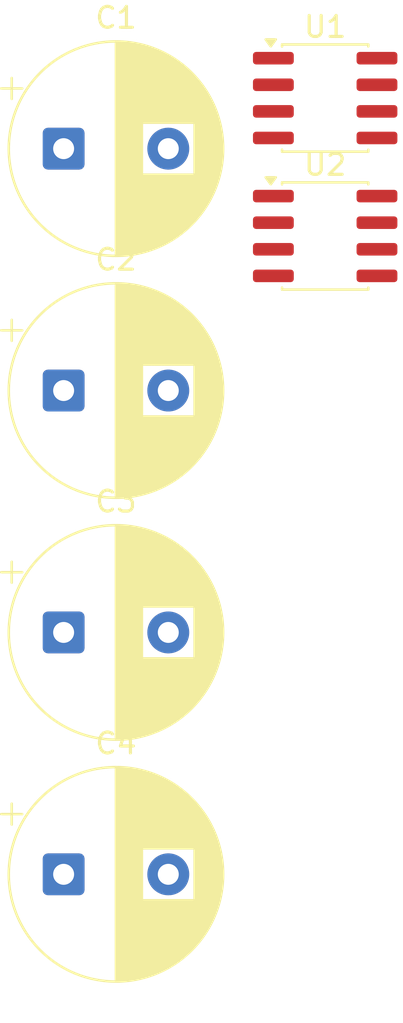
<source format=kicad_pcb>
(kicad_pcb (version 20241229) (generator "pcbnew") (generator_version "9.0")
  (layers (0 "F.Cu" signal) (2 "B.Cu" signal) (13 "F.Paste" user) (15 "B.Paste" user) (5 "F.SilkS" user "F.Silkscreen") (7 "B.SilkS" user "B.Silkscreen") (1 "F.Mask" user) (3 "B.Mask" user) (25 "Edge.Cuts" user))
  (net 0 "")
  (net 1 "GND")
  (net 2 "Net-(U1-THRES)")
  (net 3 "Net-(U1-CONT)")
  (net 4 "Net-(U2-THRES)")
  (net 5 "Net-(U2-CONT)")
  (net 6 "Package Signal")
  (net 7 "Net-(U1-DISCH)")
  (net 8 "Vcc")
  (net 9 "Net-(U2-DISCH)")
  (net 10 "Bitshift Signal")
  (footprint "Package_SO:SOIC-8_3.9x4.9mm_P1.27mm" (layer "F.Cu") (at 84.495354 69.52)
    (property "Reference" "U2" (at 0 -3.4 0) (layer "F.SilkS"))
    (property "Value" "NE555D")
    (pad "1" smd roundrect (at -2.475 -1.905) (size 1.95 0.6) (layers "F.Cu" "F.Mask" "F.Paste") (net 1 "GND"))
    (pad "2" smd roundrect (at -2.475 -0.635) (size 1.95 0.6) (layers "F.Cu" "F.Mask" "F.Paste") (net 4 "Net-(U2-THRES)"))
    (pad "3" smd roundrect (at -2.475 0.635) (size 1.95 0.6) (layers "F.Cu" "F.Mask" "F.Paste") (net 10 "Bitshift Signal"))
    (pad "4" smd roundrect (at -2.475 1.905) (size 1.95 0.6) (layers "F.Cu" "F.Mask" "F.Paste") (net 8 "Vcc"))
    (pad "5" smd roundrect (at 2.475 1.905) (size 1.95 0.6) (layers "F.Cu" "F.Mask" "F.Paste") (net 5 "Net-(U2-CONT)"))
    (pad "6" smd roundrect (at 2.475 0.635) (size 1.95 0.6) (layers "F.Cu" "F.Mask" "F.Paste") (net 4 "Net-(U2-THRES)"))
    (pad "7" smd roundrect (at 2.475 -0.635) (size 1.95 0.6) (layers "F.Cu" "F.Mask" "F.Paste") (net 9 "Net-(U2-DISCH)"))
    (pad "8" smd roundrect (at 2.475 -1.905) (size 1.95 0.6) (layers "F.Cu" "F.Mask" "F.Paste") (net 8 "Vcc"))
  )
  (footprint "Capacitor_THT:CP_Radial_D10.0mm_P5.00mm" (layer "F.Cu") (at 72 76.9)
    (property "Reference" "C2" (at 2.5 -6.25 0) (layer "F.SilkS"))
    (property "Value" "10n")
    (pad "1" thru_hole roundrect (at 0 0) (size 2 2) (drill 1) (layers "*.Cu" "*.Mask") (roundrect_rratio 0.125) (net 1 "GND"))
    (pad "2" thru_hole circle (at 5 0) (size 2 2) (drill 1) (layers "*.Cu" "*.Mask") (net 3 "Net-(U1-CONT)"))
  )
  (footprint "Capacitor_THT:CP_Radial_D10.0mm_P5.00mm" (layer "F.Cu") (at 72 100)
    (property "Reference" "C4" (at 2.5 -6.25 0) (layer "F.SilkS"))
    (property "Value" "10n")
    (pad "1" thru_hole roundrect (at 0 0) (size 2 2) (drill 1) (layers "*.Cu" "*.Mask") (roundrect_rratio 0.125) (net 1 "GND"))
    (pad "2" thru_hole circle (at 5 0) (size 2 2) (drill 1) (layers "*.Cu" "*.Mask") (net 5 "Net-(U2-CONT)"))
  )
  (footprint "Package_SO:SOIC-8_3.9x4.9mm_P1.27mm" (layer "F.Cu") (at 84.495354 62.935)
    (property "Reference" "U1" (at 0 -3.4 0) (layer "F.SilkS"))
    (property "Value" "NE555D")
    (pad "1" smd roundrect (at -2.475 -1.905) (size 1.95 0.6) (layers "F.Cu" "F.Mask" "F.Paste") (net 1 "GND"))
    (pad "2" smd roundrect (at -2.475 -0.635) (size 1.95 0.6) (layers "F.Cu" "F.Mask" "F.Paste") (net 2 "Net-(U1-THRES)"))
    (pad "3" smd roundrect (at -2.475 0.635) (size 1.95 0.6) (layers "F.Cu" "F.Mask" "F.Paste") (net 6 "Package Signal"))
    (pad "4" smd roundrect (at -2.475 1.905) (size 1.95 0.6) (layers "F.Cu" "F.Mask" "F.Paste") (net 8 "Vcc"))
    (pad "5" smd roundrect (at 2.475 1.905) (size 1.95 0.6) (layers "F.Cu" "F.Mask" "F.Paste") (net 3 "Net-(U1-CONT)"))
    (pad "6" smd roundrect (at 2.475 0.635) (size 1.95 0.6) (layers "F.Cu" "F.Mask" "F.Paste") (net 2 "Net-(U1-THRES)"))
    (pad "7" smd roundrect (at 2.475 -0.635) (size 1.95 0.6) (layers "F.Cu" "F.Mask" "F.Paste") (net 7 "Net-(U1-DISCH)"))
    (pad "8" smd roundrect (at 2.475 -1.905) (size 1.95 0.6) (layers "F.Cu" "F.Mask" "F.Paste") (net 8 "Vcc"))
  )
  (footprint "Capacitor_THT:CP_Radial_D10.0mm_P5.00mm" (layer "F.Cu") (at 72 65.35)
    (property "Reference" "C1" (at 2.5 -6.25 0) (layer "F.SilkS"))
    (property "Value" "100u")
    (pad "1" thru_hole roundrect (at 0 0) (size 2 2) (drill 1) (layers "*.Cu" "*.Mask") (roundrect_rratio 0.125) (net 2 "Net-(U1-THRES)"))
    (pad "2" thru_hole circle (at 5 0) (size 2 2) (drill 1) (layers "*.Cu" "*.Mask") (net 1 "GND"))
  )
  (footprint "Capacitor_THT:CP_Radial_D10.0mm_P5.00mm" (layer "F.Cu") (at 72 88.45)
    (property "Reference" "C3" (at 2.5 -6.25 0) (layer "F.SilkS"))
    (property "Value" "10u")
    (pad "1" thru_hole roundrect (at 0 0) (size 2 2) (drill 1) (layers "*.Cu" "*.Mask") (roundrect_rratio 0.125) (net 4 "Net-(U2-THRES)"))
    (pad "2" thru_hole circle (at 5 0) (size 2 2) (drill 1) (layers "*.Cu" "*.Mask") (net 1 "GND"))
  )
)
</source>
